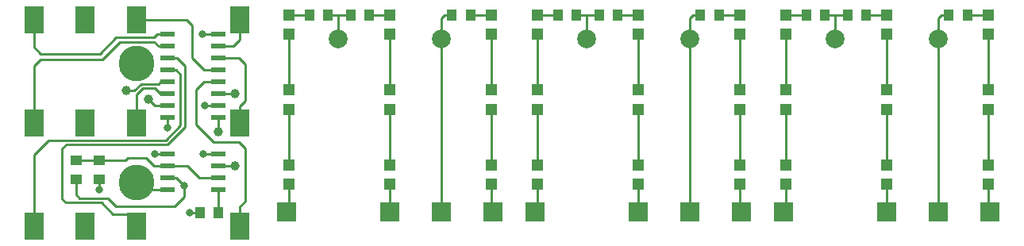
<source format=gtl>
G04 #@! TF.GenerationSoftware,KiCad,Pcbnew,6.0.0-rc1-unknown-7dfc4e3~65~ubuntu18.04.1*
G04 #@! TF.CreationDate,2018-08-14T15:17:50+05:30*
G04 #@! TF.ProjectId,1sqinch555,317371696E63683535352E6B69636164,rev?*
G04 #@! TF.SameCoordinates,Original*
G04 #@! TF.FileFunction,Copper,L1,Top,Signal*
G04 #@! TF.FilePolarity,Positive*
%FSLAX46Y46*%
G04 Gerber Fmt 4.6, Leading zero omitted, Abs format (unit mm)*
G04 Created by KiCad (PCBNEW 6.0.0-rc1-unknown-7dfc4e3~65~ubuntu18.04.1) date Tue Aug 14 15:17:50 2018*
%MOMM*%
%LPD*%
G01*
G04 APERTURE LIST*
G04 #@! TA.AperFunction,SMDPad,CuDef*
%ADD10R,1.198880X1.198880*%
G04 #@! TD*
G04 #@! TA.AperFunction,BGAPad,CuDef*
%ADD11C,1.000000*%
G04 #@! TD*
G04 #@! TA.AperFunction,SMDPad,CuDef*
%ADD12R,1.000000X1.250000*%
G04 #@! TD*
G04 #@! TA.AperFunction,SMDPad,CuDef*
%ADD13R,2.000000X3.000000*%
G04 #@! TD*
G04 #@! TA.AperFunction,ComponentPad*
%ADD14C,3.800000*%
G04 #@! TD*
G04 #@! TA.AperFunction,SMDPad,CuDef*
%ADD15R,2.000000X2.000000*%
G04 #@! TD*
G04 #@! TA.AperFunction,SMDPad,CuDef*
%ADD16R,1.550000X0.600000*%
G04 #@! TD*
G04 #@! TA.AperFunction,SMDPad,CuDef*
%ADD17R,1.500000X0.600000*%
G04 #@! TD*
G04 #@! TA.AperFunction,ComponentPad*
%ADD18C,2.000000*%
G04 #@! TD*
G04 #@! TA.AperFunction,SMDPad,CuDef*
%ADD19R,1.250000X1.000000*%
G04 #@! TD*
G04 #@! TA.AperFunction,ViaPad*
%ADD20C,0.800000*%
G04 #@! TD*
G04 #@! TA.AperFunction,Conductor*
%ADD21C,0.250000*%
G04 #@! TD*
G04 APERTURE END LIST*
D10*
G04 #@! TO.P,D1,2*
G04 #@! TO.N,/10*
X66200000Y-56549020D03*
G04 #@! TO.P,D1,1*
G04 #@! TO.N,Net-(D1-Pad1)*
X66200000Y-54450980D03*
G04 #@! TD*
G04 #@! TO.P,D2,2*
G04 #@! TO.N,Net-(D1-Pad1)*
X66200000Y-48549020D03*
G04 #@! TO.P,D2,1*
G04 #@! TO.N,Net-(D2-Pad1)*
X66200000Y-46450980D03*
G04 #@! TD*
G04 #@! TO.P,D3,2*
G04 #@! TO.N,Net-(D2-Pad1)*
X66200000Y-40549020D03*
G04 #@! TO.P,D3,1*
G04 #@! TO.N,Net-(D3-Pad1)*
X66200000Y-38450980D03*
G04 #@! TD*
G04 #@! TO.P,D4,2*
G04 #@! TO.N,/7*
X77000000Y-56549020D03*
G04 #@! TO.P,D4,1*
G04 #@! TO.N,Net-(D4-Pad1)*
X77000000Y-54450980D03*
G04 #@! TD*
G04 #@! TO.P,D5,2*
G04 #@! TO.N,Net-(D4-Pad1)*
X77000000Y-48549020D03*
G04 #@! TO.P,D5,1*
G04 #@! TO.N,Net-(D5-Pad1)*
X77000000Y-46450980D03*
G04 #@! TD*
G04 #@! TO.P,D6,2*
G04 #@! TO.N,Net-(D5-Pad1)*
X77000000Y-40549020D03*
G04 #@! TO.P,D6,1*
G04 #@! TO.N,Net-(D6-Pad1)*
X77000000Y-38450980D03*
G04 #@! TD*
G04 #@! TO.P,D7,2*
G04 #@! TO.N,/11*
X87800000Y-56549020D03*
G04 #@! TO.P,D7,1*
G04 #@! TO.N,Net-(D7-Pad1)*
X87800000Y-54450980D03*
G04 #@! TD*
G04 #@! TO.P,D8,2*
G04 #@! TO.N,Net-(D7-Pad1)*
X87800000Y-48549020D03*
G04 #@! TO.P,D8,1*
G04 #@! TO.N,Net-(D8-Pad1)*
X87800000Y-46450980D03*
G04 #@! TD*
G04 #@! TO.P,D9,2*
G04 #@! TO.N,Net-(D8-Pad1)*
X87800000Y-40549020D03*
G04 #@! TO.P,D9,1*
G04 #@! TO.N,Net-(D9-Pad1)*
X87800000Y-38450980D03*
G04 #@! TD*
G04 #@! TO.P,D10,2*
G04 #@! TO.N,/9*
X92700000Y-56549020D03*
G04 #@! TO.P,D10,1*
G04 #@! TO.N,Net-(D10-Pad1)*
X92700000Y-54450980D03*
G04 #@! TD*
G04 #@! TO.P,D11,2*
G04 #@! TO.N,Net-(D10-Pad1)*
X92700000Y-48549020D03*
G04 #@! TO.P,D11,1*
G04 #@! TO.N,Net-(D11-Pad1)*
X92700000Y-46450980D03*
G04 #@! TD*
G04 #@! TO.P,D12,2*
G04 #@! TO.N,Net-(D11-Pad1)*
X92700000Y-40549020D03*
G04 #@! TO.P,D12,1*
G04 #@! TO.N,Net-(D12-Pad1)*
X92700000Y-38450980D03*
G04 #@! TD*
G04 #@! TO.P,D13,2*
G04 #@! TO.N,/6*
X103500000Y-56549020D03*
G04 #@! TO.P,D13,1*
G04 #@! TO.N,Net-(D13-Pad1)*
X103500000Y-54450980D03*
G04 #@! TD*
G04 #@! TO.P,D14,2*
G04 #@! TO.N,Net-(D13-Pad1)*
X103500000Y-48549020D03*
G04 #@! TO.P,D14,1*
G04 #@! TO.N,Net-(D14-Pad1)*
X103500000Y-46450980D03*
G04 #@! TD*
G04 #@! TO.P,D15,2*
G04 #@! TO.N,Net-(D14-Pad1)*
X103500000Y-40549020D03*
G04 #@! TO.P,D15,1*
G04 #@! TO.N,Net-(D15-Pad1)*
X103500000Y-38450980D03*
G04 #@! TD*
G04 #@! TO.P,D16,2*
G04 #@! TO.N,/12*
X114300000Y-56549020D03*
G04 #@! TO.P,D16,1*
G04 #@! TO.N,Net-(D16-Pad1)*
X114300000Y-54450980D03*
G04 #@! TD*
G04 #@! TO.P,D17,2*
G04 #@! TO.N,Net-(D16-Pad1)*
X114300000Y-48549020D03*
G04 #@! TO.P,D17,1*
G04 #@! TO.N,Net-(D17-Pad1)*
X114300000Y-46450980D03*
G04 #@! TD*
G04 #@! TO.P,D18,2*
G04 #@! TO.N,Net-(D17-Pad1)*
X114300000Y-40549020D03*
G04 #@! TO.P,D18,1*
G04 #@! TO.N,Net-(D18-Pad1)*
X114300000Y-38450980D03*
G04 #@! TD*
G04 #@! TO.P,D19,2*
G04 #@! TO.N,/8*
X119200000Y-56549020D03*
G04 #@! TO.P,D19,1*
G04 #@! TO.N,Net-(D19-Pad1)*
X119200000Y-54450980D03*
G04 #@! TD*
G04 #@! TO.P,D20,2*
G04 #@! TO.N,Net-(D19-Pad1)*
X119200000Y-48549020D03*
G04 #@! TO.P,D20,1*
G04 #@! TO.N,Net-(D20-Pad1)*
X119200000Y-46450980D03*
G04 #@! TD*
G04 #@! TO.P,D21,2*
G04 #@! TO.N,Net-(D20-Pad1)*
X119200000Y-40549020D03*
G04 #@! TO.P,D21,1*
G04 #@! TO.N,Net-(D21-Pad1)*
X119200000Y-38450980D03*
G04 #@! TD*
G04 #@! TO.P,D22,2*
G04 #@! TO.N,/13*
X130000000Y-56549020D03*
G04 #@! TO.P,D22,1*
G04 #@! TO.N,Net-(D22-Pad1)*
X130000000Y-54450980D03*
G04 #@! TD*
G04 #@! TO.P,D23,2*
G04 #@! TO.N,Net-(D22-Pad1)*
X130000000Y-48549020D03*
G04 #@! TO.P,D23,1*
G04 #@! TO.N,Net-(D23-Pad1)*
X130000000Y-46450980D03*
G04 #@! TD*
G04 #@! TO.P,D24,2*
G04 #@! TO.N,Net-(D23-Pad1)*
X130000000Y-40549020D03*
G04 #@! TO.P,D24,1*
G04 #@! TO.N,Net-(D24-Pad1)*
X130000000Y-38450980D03*
G04 #@! TD*
G04 #@! TO.P,D25,2*
G04 #@! TO.N,/5*
X140800000Y-56549020D03*
G04 #@! TO.P,D25,1*
G04 #@! TO.N,Net-(D25-Pad1)*
X140800000Y-54450980D03*
G04 #@! TD*
G04 #@! TO.P,D26,2*
G04 #@! TO.N,Net-(D25-Pad1)*
X140800000Y-48549020D03*
G04 #@! TO.P,D26,1*
G04 #@! TO.N,Net-(D26-Pad1)*
X140800000Y-46450980D03*
G04 #@! TD*
G04 #@! TO.P,D27,2*
G04 #@! TO.N,Net-(D26-Pad1)*
X140800000Y-40549020D03*
G04 #@! TO.P,D27,1*
G04 #@! TO.N,Net-(D27-Pad1)*
X140800000Y-38450980D03*
G04 #@! TD*
D11*
G04 #@! TO.P,J3,1*
G04 #@! TO.N,/Q3*
X51200000Y-47450000D03*
G04 #@! TD*
D12*
G04 #@! TO.P,R3,2*
G04 #@! TO.N,Net-(D6-Pad1)*
X74800000Y-38450000D03*
G04 #@! TO.P,R3,1*
G04 #@! TO.N,/GND1*
X72800000Y-38450000D03*
G04 #@! TD*
G04 #@! TO.P,C2,2*
G04 #@! TO.N,/GND*
X56700000Y-59600000D03*
G04 #@! TO.P,C2,1*
G04 #@! TO.N,/CV*
X58700000Y-59600000D03*
G04 #@! TD*
D13*
G04 #@! TO.P,J6,1*
G04 #@! TO.N,/Q5*
X39000000Y-61000000D03*
G04 #@! TD*
G04 #@! TO.P,J8,1*
G04 #@! TO.N,/Q6*
X50000000Y-50000000D03*
G04 #@! TD*
G04 #@! TO.P,J10,1*
G04 #@! TO.N,/Q7*
X50000000Y-38999999D03*
G04 #@! TD*
G04 #@! TO.P,J12,1*
G04 #@! TO.N,/Q8*
X61000000Y-61000000D03*
G04 #@! TD*
G04 #@! TO.P,J14,1*
G04 #@! TO.N,/Q9*
X61000001Y-50000000D03*
G04 #@! TD*
G04 #@! TO.P,J16,1*
G04 #@! TO.N,/Q10*
X61000000Y-39000000D03*
G04 #@! TD*
G04 #@! TO.P,J18,1*
G04 #@! TO.N,/Q11*
X39000000Y-39000000D03*
G04 #@! TD*
G04 #@! TO.P,J20,1*
G04 #@! TO.N,/Q12*
X38999999Y-50000000D03*
G04 #@! TD*
G04 #@! TO.P,J22,1*
G04 #@! TO.N,/Q13*
X50000000Y-61000001D03*
G04 #@! TD*
G04 #@! TO.P,J24,1*
G04 #@! TO.N,/GND*
X44500000Y-50000000D03*
G04 #@! TD*
G04 #@! TO.P,J26,1*
G04 #@! TO.N,/GND*
X44500000Y-39000000D03*
G04 #@! TD*
G04 #@! TO.P,J28,1*
G04 #@! TO.N,/GND*
X44500000Y-61000000D03*
G04 #@! TD*
D14*
G04 #@! TO.P,BT1,2*
G04 #@! TO.N,/GND*
X50000000Y-43650000D03*
G04 #@! TO.P,BT1,1*
G04 #@! TO.N,/9V*
X50000000Y-56350000D03*
G04 #@! TD*
D15*
G04 #@! TO.P,J7,1*
G04 #@! TO.N,/10*
X66000000Y-59500000D03*
G04 #@! TD*
G04 #@! TO.P,J9,1*
G04 #@! TO.N,/7*
X77000000Y-59499999D03*
G04 #@! TD*
G04 #@! TO.P,J11,1*
G04 #@! TO.N,/11*
X88000000Y-59500000D03*
G04 #@! TD*
G04 #@! TO.P,J13,1*
G04 #@! TO.N,/9*
X92500000Y-59500000D03*
G04 #@! TD*
G04 #@! TO.P,J15,1*
G04 #@! TO.N,/6*
X103500000Y-59499999D03*
G04 #@! TD*
G04 #@! TO.P,J17,1*
G04 #@! TO.N,/12*
X114500000Y-59500000D03*
G04 #@! TD*
G04 #@! TO.P,J19,1*
G04 #@! TO.N,/8*
X119000000Y-59500000D03*
G04 #@! TD*
G04 #@! TO.P,J21,1*
G04 #@! TO.N,/13*
X130000000Y-59499999D03*
G04 #@! TD*
G04 #@! TO.P,J23,1*
G04 #@! TO.N,/5*
X141000000Y-59500000D03*
G04 #@! TD*
G04 #@! TO.P,J25,1*
G04 #@! TO.N,/GND1*
X82500000Y-59500000D03*
G04 #@! TD*
G04 #@! TO.P,J27,1*
G04 #@! TO.N,/GND2*
X109000000Y-59500000D03*
G04 #@! TD*
G04 #@! TO.P,J29,1*
G04 #@! TO.N,/GND3*
X135500000Y-59500000D03*
G04 #@! TD*
D16*
G04 #@! TO.P,U1,1*
G04 #@! TO.N,/GND*
X53300000Y-53295000D03*
G04 #@! TO.P,U1,2*
G04 #@! TO.N,/TR*
X53300000Y-54565000D03*
G04 #@! TO.P,U1,3*
G04 #@! TO.N,/OUT*
X53300000Y-55835000D03*
G04 #@! TO.P,U1,4*
G04 #@! TO.N,/9V*
X53300000Y-57105000D03*
G04 #@! TO.P,U1,5*
G04 #@! TO.N,/CV*
X58700000Y-57105000D03*
G04 #@! TO.P,U1,6*
G04 #@! TO.N,/TR*
X58700000Y-55835000D03*
G04 #@! TO.P,U1,7*
G04 #@! TO.N,Net-(J1-Pad1)*
X58700000Y-54565000D03*
G04 #@! TO.P,U1,8*
G04 #@! TO.N,/9V*
X58700000Y-53295000D03*
G04 #@! TD*
D17*
G04 #@! TO.P,U2,1*
G04 #@! TO.N,/Q11*
X53300000Y-40555000D03*
G04 #@! TO.P,U2,2*
G04 #@! TO.N,/Q12*
X53300000Y-41825000D03*
G04 #@! TO.P,U2,3*
G04 #@! TO.N,/Q13*
X53300000Y-43095000D03*
G04 #@! TO.P,U2,4*
G04 #@! TO.N,/Q5*
X53300000Y-44365000D03*
G04 #@! TO.P,U2,5*
G04 #@! TO.N,/Q4*
X53300000Y-45635000D03*
G04 #@! TO.P,U2,6*
G04 #@! TO.N,/Q6*
X53300000Y-46905000D03*
G04 #@! TO.P,U2,7*
G04 #@! TO.N,/Q3*
X53300000Y-48175000D03*
G04 #@! TO.P,U2,8*
G04 #@! TO.N,/GND*
X53300000Y-49445000D03*
G04 #@! TO.P,U2,9*
G04 #@! TO.N,/Q0*
X58700000Y-49445000D03*
G04 #@! TO.P,U2,10*
G04 #@! TO.N,/OUT*
X58700000Y-48175000D03*
G04 #@! TO.P,U2,11*
G04 #@! TO.N,/RST*
X58700000Y-46905000D03*
G04 #@! TO.P,U2,12*
G04 #@! TO.N,/Q8*
X58700000Y-45635000D03*
G04 #@! TO.P,U2,13*
G04 #@! TO.N,/Q7*
X58700000Y-44365000D03*
G04 #@! TO.P,U2,14*
G04 #@! TO.N,/Q9*
X58700000Y-43095000D03*
G04 #@! TO.P,U2,15*
G04 #@! TO.N,/Q10*
X58700000Y-41825000D03*
G04 #@! TO.P,U2,16*
G04 #@! TO.N,/9V*
X58700000Y-40555000D03*
G04 #@! TD*
D18*
G04 #@! TO.P,J30,1*
G04 #@! TO.N,/GND1*
X71500000Y-41000000D03*
G04 #@! TD*
G04 #@! TO.P,J31,1*
G04 #@! TO.N,/GND1*
X82500000Y-41000000D03*
G04 #@! TD*
G04 #@! TO.P,J32,1*
G04 #@! TO.N,/GND2*
X98000000Y-41000000D03*
G04 #@! TD*
G04 #@! TO.P,J33,1*
G04 #@! TO.N,/GND2*
X109000000Y-41000000D03*
G04 #@! TD*
G04 #@! TO.P,J34,1*
G04 #@! TO.N,/GND3*
X135500000Y-41000000D03*
G04 #@! TD*
G04 #@! TO.P,J35,1*
G04 #@! TO.N,/GND3*
X124500000Y-41000000D03*
G04 #@! TD*
D11*
G04 #@! TO.P,J1,1*
G04 #@! TO.N,Net-(J1-Pad1)*
X60500000Y-54550000D03*
G04 #@! TD*
G04 #@! TO.P,J2,1*
G04 #@! TO.N,/Q0*
X58700000Y-50949999D03*
G04 #@! TD*
G04 #@! TO.P,J4,1*
G04 #@! TO.N,/RST*
X60450000Y-46900000D03*
G04 #@! TD*
G04 #@! TO.P,J5,1*
G04 #@! TO.N,/Q4*
X48900000Y-46550000D03*
G04 #@! TD*
D19*
G04 #@! TO.P,C1,2*
G04 #@! TO.N,/GND*
X46000000Y-56000000D03*
G04 #@! TO.P,C1,1*
G04 #@! TO.N,/TR*
X46000000Y-54000000D03*
G04 #@! TD*
G04 #@! TO.P,R1,2*
G04 #@! TO.N,/TR*
X43500000Y-54000000D03*
G04 #@! TO.P,R1,1*
G04 #@! TO.N,/OUT*
X43500000Y-56000000D03*
G04 #@! TD*
D12*
G04 #@! TO.P,R2,2*
G04 #@! TO.N,Net-(D3-Pad1)*
X68400000Y-38450000D03*
G04 #@! TO.P,R2,1*
G04 #@! TO.N,/GND1*
X70400000Y-38450000D03*
G04 #@! TD*
G04 #@! TO.P,R4,2*
G04 #@! TO.N,Net-(D9-Pad1)*
X85600000Y-38450000D03*
G04 #@! TO.P,R4,1*
G04 #@! TO.N,/GND1*
X83600000Y-38450000D03*
G04 #@! TD*
G04 #@! TO.P,R5,2*
G04 #@! TO.N,Net-(D12-Pad1)*
X94900000Y-38450000D03*
G04 #@! TO.P,R5,1*
G04 #@! TO.N,/GND2*
X96900000Y-38450000D03*
G04 #@! TD*
G04 #@! TO.P,R6,2*
G04 #@! TO.N,Net-(D15-Pad1)*
X101300000Y-38450000D03*
G04 #@! TO.P,R6,1*
G04 #@! TO.N,/GND2*
X99300000Y-38450000D03*
G04 #@! TD*
G04 #@! TO.P,R7,2*
G04 #@! TO.N,Net-(D18-Pad1)*
X112100000Y-38450000D03*
G04 #@! TO.P,R7,1*
G04 #@! TO.N,/GND2*
X110100000Y-38450000D03*
G04 #@! TD*
G04 #@! TO.P,R8,2*
G04 #@! TO.N,Net-(D21-Pad1)*
X121400000Y-38450000D03*
G04 #@! TO.P,R8,1*
G04 #@! TO.N,/GND3*
X123400000Y-38450000D03*
G04 #@! TD*
G04 #@! TO.P,R9,2*
G04 #@! TO.N,Net-(D24-Pad1)*
X127800000Y-38450000D03*
G04 #@! TO.P,R9,1*
G04 #@! TO.N,/GND3*
X125800000Y-38450000D03*
G04 #@! TD*
G04 #@! TO.P,R10,2*
G04 #@! TO.N,Net-(D27-Pad1)*
X138600000Y-38450000D03*
G04 #@! TO.P,R10,1*
G04 #@! TO.N,/GND3*
X136600000Y-38450000D03*
G04 #@! TD*
D20*
G04 #@! TO.N,/9V*
X57000000Y-40550008D03*
X57050000Y-53300000D03*
G04 #@! TO.N,/GND*
X53300000Y-50500000D03*
X44500000Y-39000000D03*
X44500000Y-50000000D03*
X44500000Y-61000000D03*
X51900000Y-53300000D03*
X46000000Y-57150000D03*
X55600000Y-59600000D03*
G04 #@! TO.N,/5*
X141000000Y-59500000D03*
G04 #@! TO.N,/GND1*
X82500000Y-59500000D03*
G04 #@! TO.N,/6*
X103500000Y-59499999D03*
G04 #@! TO.N,/7*
X77000000Y-59499999D03*
G04 #@! TO.N,/8*
X119000000Y-59500000D03*
G04 #@! TO.N,/GND2*
X109000000Y-59500000D03*
G04 #@! TO.N,/9*
X92500000Y-59500000D03*
G04 #@! TO.N,/10*
X66000000Y-59500000D03*
G04 #@! TO.N,/11*
X88000000Y-59500000D03*
G04 #@! TO.N,/GND3*
X135500000Y-59500000D03*
G04 #@! TO.N,/12*
X114500000Y-59500000D03*
G04 #@! TO.N,/13*
X130000000Y-59499999D03*
G04 #@! TO.N,/Q5*
X39000000Y-61000000D03*
G04 #@! TO.N,/Q6*
X50000000Y-50000000D03*
G04 #@! TO.N,/Q7*
X50000000Y-38999999D03*
G04 #@! TO.N,/Q8*
X61000000Y-61000000D03*
G04 #@! TO.N,/Q9*
X61000001Y-50000000D03*
G04 #@! TO.N,/Q10*
X61000000Y-39000000D03*
G04 #@! TO.N,/Q11*
X39000000Y-39000000D03*
G04 #@! TO.N,/Q12*
X38999999Y-50000000D03*
G04 #@! TO.N,/Q13*
X50000000Y-61000001D03*
G04 #@! TO.N,/OUT*
X55000000Y-56650000D03*
X57249998Y-48150000D03*
G04 #@! TD*
D21*
G04 #@! TO.N,Net-(D1-Pad1)*
X66200000Y-53601540D02*
X66200000Y-48549020D01*
X66200000Y-54450980D02*
X66200000Y-53601540D01*
G04 #@! TO.N,Net-(D2-Pad1)*
X66200000Y-46450980D02*
X66200000Y-40549020D01*
G04 #@! TO.N,Net-(D4-Pad1)*
X77000000Y-48549020D02*
X77000000Y-54450980D01*
G04 #@! TO.N,Net-(D5-Pad1)*
X77000000Y-40549020D02*
X77000000Y-46450980D01*
G04 #@! TO.N,Net-(D7-Pad1)*
X87800000Y-53601540D02*
X87800000Y-48549020D01*
X87800000Y-54450980D02*
X87800000Y-53601540D01*
G04 #@! TO.N,Net-(D8-Pad1)*
X87800000Y-46450980D02*
X87800000Y-40549020D01*
G04 #@! TO.N,Net-(D10-Pad1)*
X92700000Y-54450980D02*
X92700000Y-48549020D01*
G04 #@! TO.N,Net-(D11-Pad1)*
X92700000Y-46450980D02*
X92700000Y-40549020D01*
G04 #@! TO.N,Net-(D13-Pad1)*
X103500000Y-48549020D02*
X103500000Y-54450980D01*
G04 #@! TO.N,Net-(D14-Pad1)*
X103500000Y-40549020D02*
X103500000Y-46450980D01*
G04 #@! TO.N,Net-(D16-Pad1)*
X114300000Y-54450980D02*
X114300000Y-48549020D01*
G04 #@! TO.N,Net-(D17-Pad1)*
X114300000Y-46450980D02*
X114300000Y-40549020D01*
G04 #@! TO.N,Net-(D19-Pad1)*
X119200000Y-54450980D02*
X119200000Y-48549020D01*
G04 #@! TO.N,Net-(D20-Pad1)*
X119200000Y-46450980D02*
X119200000Y-40549020D01*
G04 #@! TO.N,Net-(D22-Pad1)*
X130000000Y-48549020D02*
X130000000Y-54450980D01*
G04 #@! TO.N,Net-(D23-Pad1)*
X130000000Y-40549020D02*
X130000000Y-46450980D01*
G04 #@! TO.N,Net-(D25-Pad1)*
X140800000Y-48549020D02*
X140800000Y-54450980D01*
G04 #@! TO.N,Net-(D26-Pad1)*
X140800000Y-40549020D02*
X140800000Y-46450980D01*
G04 #@! TO.N,Net-(J1-Pad1)*
X60485000Y-54565000D02*
X60500000Y-54550000D01*
X58700000Y-54565000D02*
X60485000Y-54565000D01*
G04 #@! TO.N,/9V*
X58700000Y-40554999D02*
X57004992Y-40555000D01*
X57004992Y-40555000D02*
X57000000Y-40550008D01*
X57054997Y-53295004D02*
X57050000Y-53300000D01*
X58700000Y-53295000D02*
X57054997Y-53295004D01*
X53300000Y-57105000D02*
X50755000Y-57105000D01*
X50755000Y-57105000D02*
X50000000Y-56350000D01*
G04 #@! TO.N,/GND*
X53300000Y-49445000D02*
X53300000Y-50500000D01*
X53300000Y-53295000D02*
X51905000Y-53295000D01*
X51905000Y-53295000D02*
X51900000Y-53300000D01*
X46000000Y-56000000D02*
X46000000Y-57150000D01*
X56700000Y-59600000D02*
X55600000Y-59600000D01*
G04 #@! TO.N,/TR*
X46000000Y-54000000D02*
X48750000Y-54000000D01*
X48750000Y-54000000D02*
X49000000Y-53750000D01*
X49000000Y-53750000D02*
X51000000Y-53750000D01*
X51815000Y-54565000D02*
X53300000Y-54565000D01*
X51000000Y-53750000D02*
X51815000Y-54565000D01*
X43500000Y-54000000D02*
X46000000Y-54000000D01*
X57675000Y-55835000D02*
X58700000Y-55835000D01*
X56685000Y-55835000D02*
X57675000Y-55835000D01*
X53300000Y-54565000D02*
X55415000Y-54565000D01*
X55415000Y-54565000D02*
X56685000Y-55835000D01*
G04 #@! TO.N,/CV*
X58700000Y-57105000D02*
X58700000Y-59600000D01*
G04 #@! TO.N,/5*
X140800000Y-59300000D02*
X141000000Y-59500000D01*
X140800000Y-56549020D02*
X140800000Y-59300000D01*
G04 #@! TO.N,/GND1*
X71500000Y-39585787D02*
X71500000Y-38450000D01*
X71500000Y-41000000D02*
X71500000Y-39585787D01*
X70400000Y-38450000D02*
X71500000Y-38450000D01*
X71500000Y-38450000D02*
X72800000Y-38450000D01*
X82500000Y-39585787D02*
X82500000Y-41000000D01*
X82500000Y-38800000D02*
X82500000Y-39585787D01*
X82850000Y-38450000D02*
X82500000Y-38800000D01*
X83600000Y-38450000D02*
X82850000Y-38450000D01*
X82500000Y-41000000D02*
X82500000Y-59500000D01*
G04 #@! TO.N,/6*
X103500000Y-56549020D02*
X103500000Y-59499999D01*
G04 #@! TO.N,/7*
X77000000Y-57398460D02*
X77000000Y-59499999D01*
X77000000Y-56549020D02*
X77000000Y-57398460D01*
G04 #@! TO.N,/8*
X119200000Y-59300000D02*
X119000000Y-59500000D01*
X119200000Y-56549020D02*
X119200000Y-59300000D01*
G04 #@! TO.N,/GND2*
X98000000Y-39585787D02*
X98000000Y-38450000D01*
X98000000Y-41000000D02*
X98000000Y-39585787D01*
X96900000Y-38450000D02*
X98000000Y-38450000D01*
X98000000Y-38450000D02*
X99300000Y-38450000D01*
X109000000Y-39585787D02*
X109000000Y-41000000D01*
X109000000Y-38800000D02*
X109000000Y-39585787D01*
X109350000Y-38450000D02*
X109000000Y-38800000D01*
X110100000Y-38450000D02*
X109350000Y-38450000D01*
X109000000Y-41000000D02*
X109000000Y-59500000D01*
G04 #@! TO.N,/9*
X92700000Y-59300000D02*
X92500000Y-59500000D01*
X92700000Y-56549020D02*
X92700000Y-59300000D01*
G04 #@! TO.N,/10*
X66200000Y-59300000D02*
X66000000Y-59500000D01*
X66200000Y-56549020D02*
X66200000Y-59300000D01*
G04 #@! TO.N,/11*
X87800000Y-59300000D02*
X88000000Y-59500000D01*
X87800000Y-56549020D02*
X87800000Y-59300000D01*
G04 #@! TO.N,/GND3*
X124500000Y-41000000D02*
X124500000Y-39585787D01*
X124500000Y-39585787D02*
X124500000Y-38450000D01*
X123400000Y-38450000D02*
X124500000Y-38450000D01*
X124500000Y-38450000D02*
X125800000Y-38450000D01*
X135500000Y-59500000D02*
X135500000Y-41000000D01*
X135500000Y-39585787D02*
X135500000Y-41000000D01*
X135500000Y-38800000D02*
X135500000Y-39585787D01*
X135850000Y-38450000D02*
X135500000Y-38800000D01*
X136600000Y-38450000D02*
X135850000Y-38450000D01*
G04 #@! TO.N,/12*
X114300000Y-59300000D02*
X114500000Y-59500000D01*
X114300000Y-56549020D02*
X114300000Y-59300000D01*
G04 #@! TO.N,/13*
X130000000Y-56549020D02*
X130000000Y-59499999D01*
G04 #@! TO.N,/Q0*
X58700000Y-49445000D02*
X58700000Y-50949999D01*
G04 #@! TO.N,/Q3*
X51925000Y-48175000D02*
X51200000Y-47450000D01*
X53300000Y-48175000D02*
X51925000Y-48175000D01*
G04 #@! TO.N,/RST*
X60445000Y-46905000D02*
X60450000Y-46900000D01*
X58700000Y-46905001D02*
X60445000Y-46905000D01*
G04 #@! TO.N,/Q4*
X49750000Y-46550000D02*
X48900000Y-46550000D01*
X50450000Y-45850000D02*
X49750000Y-46550000D01*
X52300000Y-45850000D02*
X50450000Y-45850000D01*
X53299999Y-45635000D02*
X52515000Y-45635000D01*
X52515000Y-45635000D02*
X52300000Y-45850000D01*
G04 #@! TO.N,/Q5*
X54215000Y-44365000D02*
X53300000Y-44365000D01*
X39000000Y-53400000D02*
X40574999Y-51825001D01*
X40574999Y-51825001D02*
X53088589Y-51825001D01*
X39000000Y-61000000D02*
X39000000Y-53400000D01*
X53088589Y-51825001D02*
X54650000Y-50263590D01*
X54650000Y-50263590D02*
X54650000Y-44800000D01*
X54650000Y-44800000D02*
X54215000Y-44365000D01*
G04 #@! TO.N,/Q6*
X50000000Y-46950000D02*
X50000000Y-50000000D01*
X51900000Y-46300000D02*
X50650000Y-46300000D01*
X50650000Y-46300000D02*
X50000000Y-46950000D01*
X53300000Y-46905000D02*
X52505000Y-46905000D01*
X52505000Y-46905000D02*
X51900000Y-46300000D01*
G04 #@! TO.N,/Q7*
X50000000Y-38999999D02*
X55300000Y-38999999D01*
X55300000Y-38999999D02*
X55900000Y-39599999D01*
X55900000Y-39599999D02*
X55900000Y-43100000D01*
X57165000Y-44365000D02*
X58700000Y-44365000D01*
X55900000Y-43100000D02*
X57165000Y-44365000D01*
G04 #@! TO.N,/Q8*
X61000000Y-58900000D02*
X61000000Y-61000000D01*
X61550000Y-58350000D02*
X61000000Y-58900000D01*
X57165000Y-45635000D02*
X56350000Y-46450000D01*
X58700000Y-45635000D02*
X57165000Y-45635000D01*
X56350000Y-46450000D02*
X56350000Y-50200000D01*
X60900000Y-52050000D02*
X61550000Y-52700000D01*
X56350000Y-50200000D02*
X58200000Y-52050000D01*
X61550000Y-52700000D02*
X61550000Y-58350000D01*
X58200000Y-52050000D02*
X60900000Y-52050000D01*
G04 #@! TO.N,/Q9*
X61550000Y-47650000D02*
X61000000Y-48200000D01*
X61000000Y-48200000D02*
X61000001Y-50000000D01*
X61550000Y-43750000D02*
X61550000Y-47650000D01*
X58700000Y-43095000D02*
X60895000Y-43095000D01*
X60895000Y-43095000D02*
X61550000Y-43750000D01*
G04 #@! TO.N,/Q10*
X61000000Y-41100000D02*
X61000000Y-39000000D01*
X60275000Y-41825000D02*
X61000000Y-41100000D01*
X58700000Y-41825000D02*
X60275000Y-41825000D01*
G04 #@! TO.N,/Q11*
X38999999Y-41900000D02*
X39000000Y-39000000D01*
X39700000Y-42600000D02*
X38999999Y-41900000D01*
X46055000Y-42600000D02*
X39700000Y-42600000D01*
X53300000Y-40555000D02*
X52145000Y-40554999D01*
X52145000Y-40554999D02*
X51800000Y-40900000D01*
X51800000Y-40900000D02*
X47755000Y-40900000D01*
X47755000Y-40900000D02*
X46055000Y-42600000D01*
G04 #@! TO.N,/Q12*
X39700000Y-43200000D02*
X39000000Y-43900000D01*
X39000000Y-43900000D02*
X38999999Y-50000000D01*
X46300000Y-43200000D02*
X39700000Y-43200000D01*
X53299999Y-41825000D02*
X52300001Y-41825000D01*
X52300001Y-41825000D02*
X51825011Y-41350011D01*
X51825011Y-41350011D02*
X48149989Y-41350011D01*
X48149989Y-41350011D02*
X46300000Y-43200000D01*
G04 #@! TO.N,/Q13*
X50000000Y-60500001D02*
X50000000Y-61000001D01*
X46200000Y-58500000D02*
X47450000Y-59750000D01*
X42400000Y-58500000D02*
X46200000Y-58500000D01*
X49249999Y-59750000D02*
X50000000Y-60500001D01*
X42000000Y-52750000D02*
X42000000Y-58100000D01*
X42474989Y-52275011D02*
X42000000Y-52750000D01*
X53274989Y-52275011D02*
X42474989Y-52275011D01*
X54300000Y-43095000D02*
X55100000Y-43895000D01*
X55100000Y-43895000D02*
X55100000Y-44613590D01*
X55100009Y-50449991D02*
X53274989Y-52275011D01*
X42000000Y-58100000D02*
X42400000Y-58500000D01*
X53300000Y-43095000D02*
X54300000Y-43095000D01*
X55100000Y-44613590D02*
X55100010Y-44613600D01*
X47450000Y-59750000D02*
X49249999Y-59750000D01*
X55100010Y-44613600D02*
X55100009Y-50449991D01*
G04 #@! TO.N,/OUT*
X57274998Y-48175001D02*
X57249998Y-48150000D01*
X58700000Y-48175000D02*
X57274998Y-48175001D01*
X54185000Y-55835000D02*
X55000000Y-56650000D01*
X53300000Y-55835000D02*
X54185000Y-55835000D01*
X43500000Y-57650000D02*
X43900000Y-58050000D01*
X55000000Y-57900000D02*
X55000000Y-56650000D01*
X47750000Y-58850000D02*
X54050000Y-58850000D01*
X43500000Y-56000000D02*
X43500000Y-57650000D01*
X43900000Y-58050000D02*
X46950000Y-58050000D01*
X46950000Y-58050000D02*
X47750000Y-58850000D01*
X54050000Y-58850000D02*
X55000000Y-57900000D01*
G04 #@! TO.N,Net-(D3-Pad1)*
X68399020Y-38450980D02*
X68400000Y-38450000D01*
X66200000Y-38450980D02*
X68399020Y-38450980D01*
G04 #@! TO.N,Net-(D6-Pad1)*
X76999020Y-38450000D02*
X77000000Y-38450980D01*
X74800000Y-38450000D02*
X76999020Y-38450000D01*
G04 #@! TO.N,Net-(D9-Pad1)*
X85600980Y-38450980D02*
X85600000Y-38450000D01*
X87800000Y-38450980D02*
X85600980Y-38450980D01*
G04 #@! TO.N,Net-(D12-Pad1)*
X94899020Y-38450980D02*
X94900000Y-38450000D01*
X92700000Y-38450980D02*
X94899020Y-38450980D01*
G04 #@! TO.N,Net-(D15-Pad1)*
X103499020Y-38450000D02*
X103500000Y-38450980D01*
X101300000Y-38450000D02*
X103499020Y-38450000D01*
G04 #@! TO.N,Net-(D18-Pad1)*
X112100980Y-38450980D02*
X112100000Y-38450000D01*
X114300000Y-38450980D02*
X112100980Y-38450980D01*
G04 #@! TO.N,Net-(D21-Pad1)*
X121399020Y-38450980D02*
X121400000Y-38450000D01*
X119200000Y-38450980D02*
X121399020Y-38450980D01*
G04 #@! TO.N,Net-(D24-Pad1)*
X129999020Y-38450000D02*
X130000000Y-38450980D01*
X127800000Y-38450000D02*
X129999020Y-38450000D01*
G04 #@! TO.N,Net-(D27-Pad1)*
X140799020Y-38450000D02*
X140800000Y-38450980D01*
X138600000Y-38450000D02*
X140799020Y-38450000D01*
G04 #@! TD*
M02*

</source>
